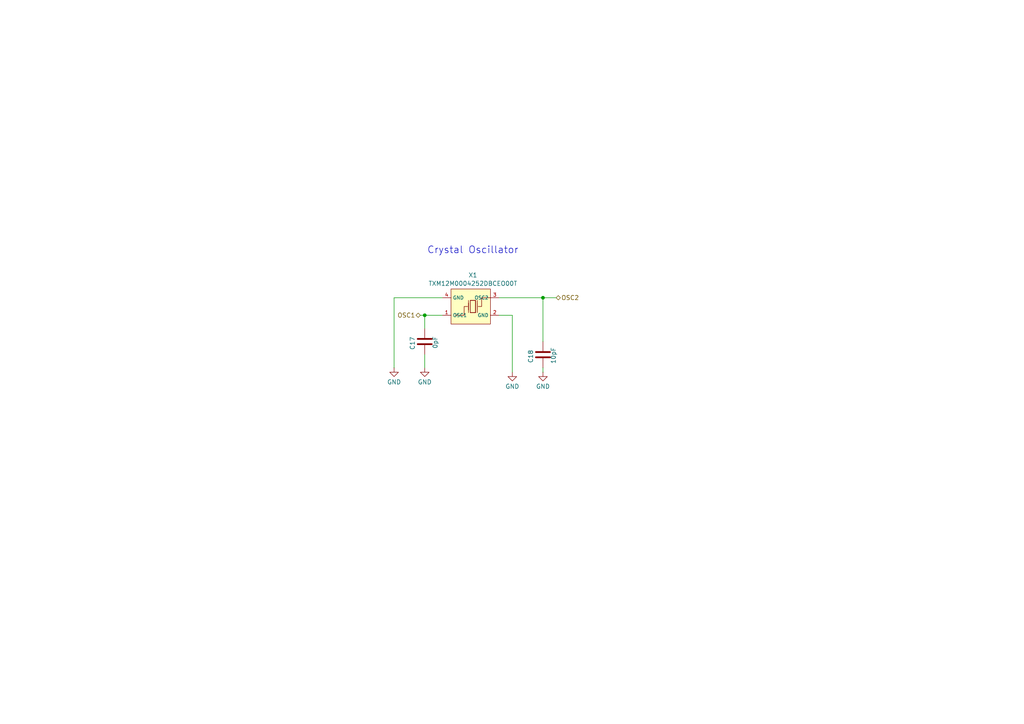
<source format=kicad_sch>
(kicad_sch (version 20231120) (generator "eeschema") (generator_version "8.0")
  (paper "A4")
  (title_block (date "2024-05-30") (rev "0.1"))
  (lib_symbols
    (symbol "Device:C" (pin_numbers hide) (pin_names (offset 0.254))
      (property "Reference" "C" (at 0.635 2.54 0))
      (property "Value" "C" (at 0.635 -2.54 0))
      (symbol "C_0_1"
        (polyline (pts (xy -2.032 -0.762) (xy 2.032 -0.762)) (stroke (width 0.508)))
        (polyline (pts (xy -2.032 0.762) (xy 2.032 0.762)) (stroke (width 0.508)))
      )
      (symbol "C_1_1"
        (pin passive line (at 0 3.81 270) (length 2.794) (name "~") (number "1"))
        (pin passive line (at 0 -3.81 90) (length 2.794) (name "~") (number "2"))
      )
    )
    (symbol "easy_eda:TXM12M0004252DBCEO00T"
      (property "Reference" "X" (at 0 1.27 0))
      (property "Value" "TXM12M0004252DBCEO00T" (at -0.254 -6.096 0))
      (symbol "TXM12M0004252DBCEO00T_0_1"
        (rectangle (start -6.35 5.08) (end 5.08 -5.08) (fill (type background)))
        (polyline (pts (xy -1.27 -1.778) (xy -1.27 1.778)))
        (polyline (pts (xy -1.27 -1.016) (xy -1.27 1.016)))
        (polyline (pts (xy 0.762 -1.778) (xy -0.762 -1.778)))
        (polyline (pts (xy 1.27 -1.778) (xy 1.27 1.778)))
        (polyline (pts (xy 1.27 -1.016) (xy 1.27 1.016)))
        (polyline (pts (xy -5.08 -2.54) (xy -2.54 -2.54) (xy -2.54 0) (xy -1.524 0)))
        (polyline (pts (xy -0.762 -1.778) (xy -0.762 1.778) (xy 0.762 1.778) (xy 0.762 -1.778)))
        (polyline (pts (xy 5.08 2.54) (xy 2.54 2.54) (xy 2.54 0) (xy 1.524 0)))
        (polyline (pts (xy 0.762 1.778) (xy 0.762 -1.778) (xy -0.762 -1.778) (xy -0.762 1.778) (xy 0.762 1.778)))
      )
      (symbol "TXM12M0004252DBCEO00T_1_1"
        (pin bidirectional line (at -8.89 -2.54 0) (length 2.54) (name "OSC1") (number "1"))
        (pin power_in line (at 7.62 -2.54 180) (length 2.54) (name "GND") (number "2"))
        (pin bidirectional line (at 7.62 2.54 180) (length 2.54) (name "OSC2") (number "3"))
        (pin power_in line (at -8.89 2.54 0) (length 2.54) (name "GND") (number "4"))
      )
    )
    (symbol "power:GND" (power) (pin_numbers hide) (pin_names (offset 0) hide)
      (property "Value" "GND" (at 0 -3.81 0))
      (symbol "GND_0_1"
        (polyline (pts (xy 0 0) (xy 0 -1.27) (xy 1.27 -1.27) (xy 0 -2.54) (xy -1.27 -1.27) (xy 0 -1.27)))
      )
      (symbol "GND_1_1"
        (pin power_in line (at 0 0 270) (length 0) (name "~") (number "1"))
      )
    )
  )
  (junction (at 123.19 91.44))
  (junction (at 157.48 86.36))
  (wire (pts (xy 121.92 91.44) (xy 123.19 91.44)))
  (wire (pts (xy 148.59 91.44) (xy 148.59 107.95)))
  (wire (pts (xy 114.3 86.36) (xy 114.3 106.68)))
  (wire (pts (xy 123.19 95.25) (xy 123.19 91.44)))
  (wire (pts (xy 123.19 102.87) (xy 123.19 106.68)))
  (wire (pts (xy 144.78 86.36) (xy 157.48 86.36)))
  (wire (pts (xy 157.48 106.68) (xy 157.48 107.95)))
  (wire (pts (xy 157.48 86.36) (xy 157.48 99.06)))
  (wire (pts (xy 123.19 91.44) (xy 128.27 91.44)))
  (wire (pts (xy 144.78 91.44) (xy 148.59 91.44)))
  (wire (pts (xy 157.48 86.36) (xy 161.29 86.36)))
  (wire (pts (xy 114.3 86.36) (xy 128.27 86.36)))
  (text "Crystal Oscillator" (at 137.16 72.644 0) (effects (font (size 2 2))))
  (hierarchical_label "OSC2" (shape bidirectional) (at 161.29 86.36 0))
  (hierarchical_label "OSC1" (shape bidirectional) (at 121.92 91.44 180))
  (symbol (lib_id "power:GND") (at 123.19 106.68 0) (unit 1)
    (property "Reference" "#PWR033" (effects (hide yes)))
    (property "Value" "GND" (at 123.19 110.8131 0))
    (property "Description" "Power symbol creates a global label with name \"GND\" , ground" (effects (hide yes)))
  )
  (symbol (lib_id "easy_eda:TXM12M0004252DBCEO00T") (at 137.16 88.9 0) (unit 1)
    (property "Reference" "X1" (at 137.16 79.8025 0))
    (property "Value" "TXM12M0004252DBCEO00T" (at 137.16 82.2268 0))
    (property "Footprint" "easy_eda:CRYSTAL-SMD_4P-L2.5-W2.0-BL" (effects (hide yes)))
    (property "Datasheet" "https://item.szlcsc.com/67038.html" (effects (hide yes)))
    (property "LCSC" "C284154" (effects (hide yes)))
  )
  (symbol (lib_id "power:GND") (at 114.3 106.68 0) (unit 1)
    (property "Reference" "#PWR032" (effects (hide yes)))
    (property "Value" "GND" (at 114.3 110.8131 0))
    (property "Description" "Power symbol creates a global label with name \"GND\" , ground" (effects (hide yes)))
  )
  (symbol (lib_id "power:GND") (at 148.59 107.95 0) (unit 1)
    (property "Reference" "#PWR034" (effects (hide yes)))
    (property "Value" "GND" (at 148.59 112.0831 0))
    (property "Description" "Power symbol creates a global label with name \"GND\" , ground" (effects (hide yes)))
  )
  (symbol (lib_id "power:GND") (at 157.48 107.95 0) (unit 1)
    (property "Reference" "#PWR035" (effects (hide yes)))
    (property "Value" "GND" (at 157.48 112.0831 0))
    (property "Description" "Power symbol creates a global label with name \"GND\" , ground" (effects (hide yes)))
  )
  (symbol (lib_id "Device:C") (at 157.48 102.87 180) (unit 1)
    (property "Reference" "C18" (at 153.924 103.378 90))
    (property "Value" "10pF" (at 160.528 103.124 90))
    (property "Footprint" "Capacitor_SMD:C_0805_2012Metric" (effects (hide yes)))
    (property "Description" "Unpolarized capacitor" (effects (hide yes)))
  )
  (symbol (lib_id "Device:C") (at 123.19 99.06 180) (unit 1)
    (property "Reference" "C17" (at 119.634 99.568 90))
    (property "Value" "0pF" (at 126.238 99.314 90))
    (property "Footprint" "Capacitor_SMD:C_0805_2012Metric" (effects (hide yes)))
    (property "Description" "Unpolarized capacitor" (effects (hide yes)))
  )
)
</source>
